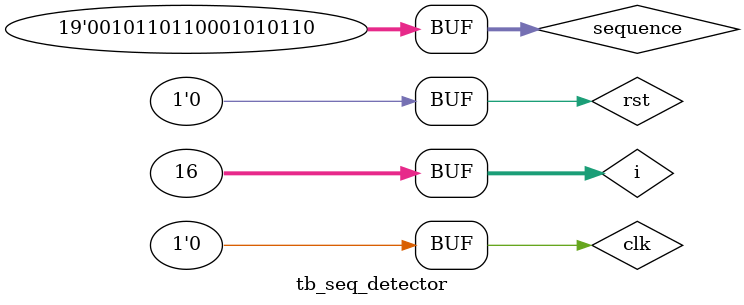
<source format=v>
module tb_seq_detector;
reg clk, rst, inp;
wire outp;
reg[18:0] sequence;
integer i;
seq_detector duty( clk, rst, inp, outp);
initial
begin
clk = 0;rst = 1;
sequence = 19'b0010110110001010110;
#5 rst = 0;
for( i = 0; i <= 18; i = i + 1)
begin
inp = sequence[i];
$display("State = ", duty.state, " Input = ", inp, ", Output = ", outp);
#2 clk = 1;
#2 clk = 0;


end
testing;
end

task testing;
for( i = 0; i <= 15; i = i + 1)
begin
inp = $random % 2;
#2 clk = 1;
#2 clk = 0;
#2
$display("State = ", duty.state, " Input = ", inp, ", Output = ", outp);
end
endtask
endmodule
</source>
